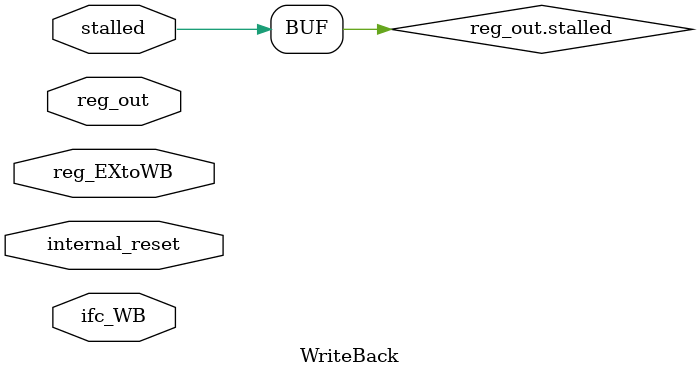
<source format=sv>

module WriteBack (input logic internal_reset,
                  input logic stalled,
                  reg_EXtoWB,
                  reg_out,
                  ifc_WB);
  assign reg_out.stalled = stalled;
  assign reg_out.dataoutvx2 = internal_reset?0:reg_EXtoWB.dataoutvx2;
  assign reg_out.dataoutx2 = reg_EXtoWB.dataoutx2;
  
  assign ifc_WB.wr_enx2 = internal_reset?0:reg_EXtoWB.wr_enx2;
  assign ifc_WB.dstx2 = reg_EXtoWB.dstx2;
  assign ifc_WB.dataoutx2 = reg_EXtoWB.dataoutx2;
endmodule

</source>
